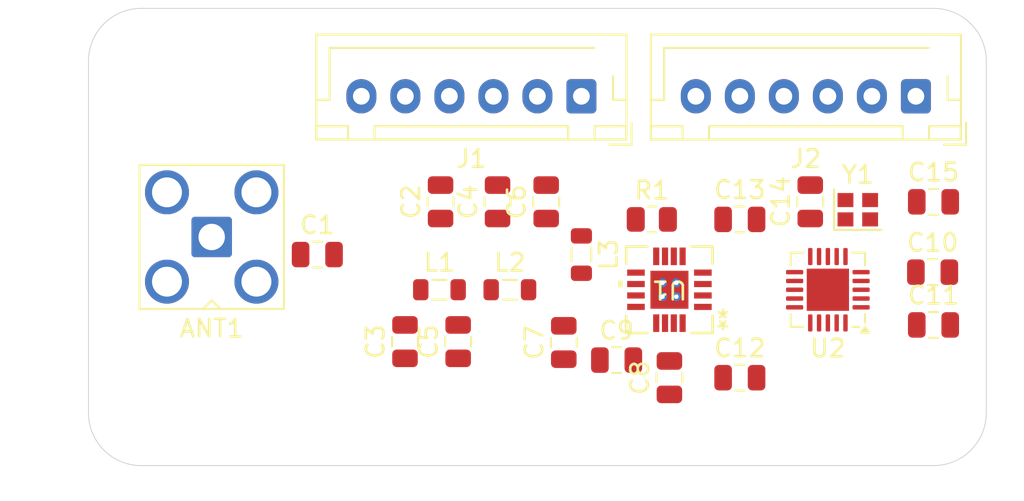
<source format=kicad_pcb>
(kicad_pcb (version 20240108) (generator "pcbnew") (generator_version "8.0")
  (layers (0 "F.Cu" signal) (31 "B.Cu" signal) (34 "B.Paste" user) (35 "F.Paste" user) (36 "B.SilkS" user "B.Silkscreen") (37 "F.SilkS" user "F.Silkscreen") (38 "B.Mask" user) (39 "F.Mask" user) (44 "Edge.Cuts" user))
  (net 0 "")
  (net 1 "GND")
  (net 2 "Net-(ANT1-In)")
  (net 3 "Net-(C1-Pad2)")
  (net 4 "+3v3")
  (net 5 "Net-(C5-Pad2)")
  (net 6 "Net-(U1-ANT)")
  (net 7 "Net-(U2-DCOUPL)")
  (net 8 "Net-(U2-XOSC_Q1)")
  (net 9 "Net-(U2-XOSC_Q2)")
  (net 10 "Net-(J1-Pin_1)")
  (net 12 "Net-(J1-Pin_2)")
  (net 13 "Net-(J1-Pin_6)")
  (net 14 "Net-(J1-Pin_5)")
  (net 15 "Net-(J1-Pin_4)")
  (net 16 "Net-(J2-Pin_3)")
  (net 17 "Net-(J2-Pin_4)")
  (net 18 "Net-(J2-Pin_2)")
  (net 19 "Net-(J2-Pin_1)")
  (net 20 "Net-(U1-BIAS)")
  (net 21 "Net-(U1-RF_N)")
  (net 22 "Net-(U1-RF_P)")
  (footprint "MountingHole:MountingHole_3.2mm_M3" (layer "F.Cu") (at 148 77)
    (property "Reference" "H1" (hide yes))
    (property "Value" "MountingHole")
    (pad "" np_thru_hole circle (at 0 0) (size 3.2 3.2) (drill 3.2) (layers "*.Cu" "*.Mask"))
  )
  (footprint "Inductor_SMD:L_0805_2012Metric" (layer "F.Cu") (at 128 68 -90)
    (property "Reference" "L3" (at 0 -1.550001 90) (layer "F.SilkS"))
    (property "Value" "L")
    (fp_line (start -0.399622 0.56) (end 0.399622 0.56) (stroke (width 0.12)) (layer "F.SilkS"))
    (fp_line (start -0.399622 -0.56) (end 0.399622 -0.56) (stroke (width 0.12)) (layer "F.SilkS"))
    (pad "1" smd roundrect (at -1.0625 0 270) (size 0.875 1.2) (layers "F.Cu" "F.Paste" "F.Mask") (net 4 "+3v3"))
    (pad "2" smd roundrect (at 1.0625 0 270) (size 0.875 1.2) (layers "F.Cu" "F.Paste" "F.Mask") (net 6 "Net-(U1-ANT)"))
  )
  (footprint "Capacitor_SMD:C_0805_2012Metric" (layer "F.Cu") (at 130 74)
    (property "Reference" "C9" (at 0 -1.68 0) (layer "F.SilkS"))
    (property "Value" "C")
    (fp_line (start -0.261252 -0.735) (end 0.261252 -0.735) (stroke (width 0.12)) (layer "F.SilkS"))
    (fp_line (start -0.261252 0.735) (end 0.261252 0.735) (stroke (width 0.12)) (layer "F.SilkS"))
    (pad "1" smd roundrect (at -0.95 0) (size 1 1.45) (layers "F.Cu" "F.Paste" "F.Mask") (net 4 "+3v3"))
    (pad "2" smd roundrect (at 0.95 0) (size 1 1.45) (layers "F.Cu" "F.Paste" "F.Mask") (net 1 "GND"))
  )
  (footprint "Capacitor_SMD:C_0805_2012Metric" (layer "F.Cu") (at 133 75 90)
    (property "Reference" "C8" (at 0 -1.679999 90) (layer "F.SilkS"))
    (property "Value" "C")
    (fp_line (start -0.261253 -0.735) (end 0.261253 -0.735) (stroke (width 0.12)) (layer "F.SilkS"))
    (fp_line (start -0.261253 0.735) (end 0.261253 0.735) (stroke (width 0.12)) (layer "F.SilkS"))
    (pad "1" smd roundrect (at -0.949999 0 90) (size 1 1.45) (layers "F.Cu" "F.Paste" "F.Mask") (net 1 "GND"))
    (pad "2" smd roundrect (at 0.949999 0 90) (size 1 1.45) (layers "F.Cu" "F.Paste" "F.Mask") (net 4 "+3v3"))
  )
  (footprint "Package_DFN_QFN:Texas_RGP0020H_VQFN-20-1EP_4x4mm_P0.5mm_EP2.4x2.4mm" (layer "F.Cu") (at 142 70 180)
    (property "Reference" "U2" (at 0 -3.330001 360) (layer "F.SilkS"))
    (property "Value" "CC2500")
    (fp_line (start 2.11 2.11) (end 2.11 1.385) (stroke (width 0.12)) (layer "F.SilkS"))
    (fp_line (start 2.11 -2.11) (end 2.11 -1.385) (stroke (width 0.12)) (layer "F.SilkS"))
    (fp_line (start 1.385 2.11) (end 2.11 2.11) (stroke (width 0.12)) (layer "F.SilkS"))
    (fp_line (start 1.385 -2.11) (end 2.11 -2.11) (stroke (width 0.12)) (layer "F.SilkS"))
    (fp_line (start -1.385 2.11) (end -2.11 2.11) (stroke (width 0.12)) (layer "F.SilkS"))
    (fp_line (start -1.385 -2.11) (end -1.81 -2.11) (stroke (width 0.12)) (layer "F.SilkS"))
    (fp_line (start -2.11 2.11) (end -2.11 1.385) (stroke (width 0.12)) (layer "F.SilkS"))
    (fp_line (start -2.11 -1.385) (end -2.11 -1.87) (stroke (width 0.12)) (layer "F.SilkS"))
    (fp_poly (pts (xy -2.11 -2.11) (xy -2.349999 -2.44) (xy -1.87 -2.44) (xy -2.11 -2.11)) (stroke (width 0.12)) (fill solid) (layer "F.SilkS"))
    (pad "1" smd roundrect (at -1.8875 -1 180) (size 0.975 0.25) (layers "F.Cu" "F.Paste" "F.Mask") (net 17 "Net-(J2-Pin_4)"))
    (pad "2" smd roundrect (at -1.8875 -0.499999 180) (size 0.975 0.25) (layers "F.Cu" "F.Paste" "F.Mask") (net 16 "Net-(J2-Pin_3)"))
    (pad "3" smd roundrect (at -1.8875 0 180) (size 0.975 0.25) (layers "F.Cu" "F.Paste" "F.Mask") (net 10 "Net-(J1-Pin_1)"))
    (pad "4" smd roundrect (at -1.8875 0.499999 180) (size 0.975 0.25) (layers "F.Cu" "F.Paste" "F.Mask") (net 4 "+3v3"))
    (pad "5" smd roundrect (at -1.8875 1 180) (size 0.975 0.25) (layers "F.Cu" "F.Paste" "F.Mask") (net 7 "Net-(U2-DCOUPL)"))
    (pad "6" smd roundrect (at -1 1.8875 180) (size 0.25 0.975) (layers "F.Cu" "F.Paste" "F.Mask") (net 12 "Net-(J1-Pin_2)"))
    (pad "7" smd roundrect (at -0.499999 1.8875 180) (size 0.25 0.975) (layers "F.Cu" "F.Paste" "F.Mask") (net 19 "Net-(J2-Pin_1)"))
    (pad "8" smd roundrect (at 0 1.8875 180) (size 0.25 0.975) (layers "F.Cu" "F.Paste" "F.Mask") (net 8 "Net-(U2-XOSC_Q1)"))
    (pad "9" smd roundrect (at 0.499999 1.8875 180) (size 0.25 0.975) (layers "F.Cu" "F.Paste" "F.Mask") (net 4 "+3v3"))
    (pad "10" smd roundrect (at 1 1.8875 180) (size 0.25 0.975) (layers "F.Cu" "F.Paste" "F.Mask") (net 9 "Net-(U2-XOSC_Q2)"))
    (pad "11" smd roundrect (at 1.8875 1 180) (size 0.975 0.25) (layers "F.Cu" "F.Paste" "F.Mask") (net 4 "+3v3"))
    (pad "12" smd roundrect (at 1.8875 0.499999 180) (size 0.975 0.25) (layers "F.Cu" "F.Paste" "F.Mask") (net 22 "Net-(U1-RF_P)"))
    (pad "13" smd roundrect (at 1.8875 0 180) (size 0.975 0.25) (layers "F.Cu" "F.Paste" "F.Mask") (net 21 "Net-(U1-RF_N)"))
    (pad "14" smd roundrect (at 1.8875 -0.499999 180) (size 0.975 0.25) (layers "F.Cu" "F.Paste" "F.Mask") (net 4 "+3v3"))
    (pad "15" smd roundrect (at 1.8875 -1 180) (size 0.975 0.25) (layers "F.Cu" "F.Paste" "F.Mask") (net 4 "+3v3"))
    (pad "16" smd roundrect (at 1 -1.8875 180) (size 0.25 0.975) (layers "F.Cu" "F.Paste" "F.Mask") (net 1 "GND"))
    (pad "17" smd roundrect (at 0.499999 -1.8875 180) (size 0.25 0.975) (layers "F.Cu" "F.Paste" "F.Mask"))
    (pad "18" smd roundrect (at 0 -1.8875 180) (size 0.25 0.975) (layers "F.Cu" "F.Paste" "F.Mask") (net 4 "+3v3"))
    (pad "19" smd roundrect (at -0.499999 -1.8875 180) (size 0.25 0.975) (layers "F.Cu" "F.Paste" "F.Mask") (net 1 "GND"))
    (pad "20" smd roundrect (at -1 -1.8875 180) (size 0.25 0.975) (layers "F.Cu" "F.Paste" "F.Mask") (net 18 "Net-(J2-Pin_2)"))
    (pad "21" smd rect (at 0 0 180) (size 2.4 2.4) (property pad_prop_heatsink) (layers "F.Cu" "F.Mask") (net 1 "GND"))
  )
  (footprint "Capacitor_SMD:C_0805_2012Metric" (layer "F.Cu") (at 137 75)
    (property "Reference" "C12" (at 0 -1.68 0) (layer "F.SilkS"))
    (property "Value" "C")
    (fp_line (start -0.261252 -0.735) (end 0.261252 -0.735) (stroke (width 0.12)) (layer "F.SilkS"))
    (fp_line (start -0.261252 0.735) (end 0.261252 0.735) (stroke (width 0.12)) (layer "F.SilkS"))
    (pad "1" smd roundrect (at -0.95 0) (size 1 1.45) (layers "F.Cu" "F.Paste" "F.Mask") (net 1 "GND"))
    (pad "2" smd roundrect (at 0.95 0) (size 1 1.45) (layers "F.Cu" "F.Paste" "F.Mask") (net 4 "+3v3"))
  )
  (footprint "Capacitor_SMD:C_0805_2012Metric" (layer "F.Cu") (at 127 73 90)
    (property "Reference" "C7" (at 0 -1.679999 90) (layer "F.SilkS"))
    (property "Value" "C")
    (fp_line (start -0.261253 -0.735) (end 0.261253 -0.735) (stroke (width 0.12)) (layer "F.SilkS"))
    (fp_line (start -0.261253 0.735) (end 0.261253 0.735) (stroke (width 0.12)) (layer "F.SilkS"))
    (pad "1" smd roundrect (at -0.949999 0 90) (size 1 1.45) (layers "F.Cu" "F.Paste" "F.Mask") (net 1 "GND"))
    (pad "2" smd roundrect (at 0.949999 0 90) (size 1 1.45) (layers "F.Cu" "F.Paste" "F.Mask") (net 6 "Net-(U1-ANT)"))
  )
  (footprint "Inductor_SMD:L_0805_2012Metric" (layer "F.Cu") (at 119.9375 70)
    (property "Reference" "L1" (at 0 -1.55 0) (layer "F.SilkS"))
    (property "Value" "L")
    (fp_line (start -0.399622 -0.56) (end 0.399622 -0.56) (stroke (width 0.12)) (layer "F.SilkS"))
    (fp_line (start -0.399622 0.56) (end 0.399622 0.56) (stroke (width 0.12)) (layer "F.SilkS"))
    (pad "1" smd roundrect (at -1.0625 0) (size 0.875 1.2) (layers "F.Cu" "F.Paste" "F.Mask") (net 3 "Net-(C1-Pad2)"))
    (pad "2" smd roundrect (at 1.0625 0) (size 0.875 1.2) (layers "F.Cu" "F.Paste" "F.Mask") (net 5 "Net-(C5-Pad2)"))
  )
  (footprint "Capacitor_SMD:C_0805_2012Metric" (layer "F.Cu") (at 147.95 69)
    (property "Reference" "C10" (at 0 -1.68 0) (layer "F.SilkS"))
    (property "Value" "C")
    (fp_line (start -0.261252 -0.735) (end 0.261252 -0.735) (stroke (width 0.12)) (layer "F.SilkS"))
    (fp_line (start -0.261252 0.735) (end 0.261252 0.735) (stroke (width 0.12)) (layer "F.SilkS"))
    (pad "1" smd roundrect (at -0.95 0) (size 1 1.45) (layers "F.Cu" "F.Paste" "F.Mask") (net 1 "GND"))
    (pad "2" smd roundrect (at 0.95 0) (size 1 1.45) (layers "F.Cu" "F.Paste" "F.Mask") (net 7 "Net-(U2-DCOUPL)"))
  )
  (footprint "Capacitor_SMD:C_0805_2012Metric" (layer "F.Cu") (at 123.236489 65.000001 90)
    (property "Reference" "C4" (at 0 -1.679999 90) (layer "F.SilkS"))
    (property "Value" "C")
    (fp_line (start -0.261253 -0.735) (end 0.261253 -0.735) (stroke (width 0.12)) (layer "F.SilkS"))
    (fp_line (start -0.261253 0.735) (end 0.261253 0.735) (stroke (width 0.12)) (layer "F.SilkS"))
    (pad "1" smd roundrect (at -0.949999 0 90) (size 1 1.45) (layers "F.Cu" "F.Paste" "F.Mask") (net 1 "GND"))
    (pad "2" smd roundrect (at 0.949999 0 90) (size 1 1.45) (layers "F.Cu" "F.Paste" "F.Mask") (net 4 "+3v3"))
  )
  (footprint "Capacitor_SMD:C_0805_2012Metric" (layer "F.Cu") (at 117.98 72.949999 90)
    (property "Reference" "C3" (at 0 -1.679999 90) (layer "F.SilkS"))
    (property "Value" "C")
    (fp_line (start -0.261253 -0.735) (end 0.261253 -0.735) (stroke (width 0.12)) (layer "F.SilkS"))
    (fp_line (start -0.261253 0.735) (end 0.261253 0.735) (stroke (width 0.12)) (layer "F.SilkS"))
    (pad "1" smd roundrect (at -0.949999 0 90) (size 1 1.45) (layers "F.Cu" "F.Paste" "F.Mask") (net 1 "GND"))
    (pad "2" smd roundrect (at 0.949999 0 90) (size 1 1.45) (layers "F.Cu" "F.Paste" "F.Mask") (net 3 "Net-(C1-Pad2)"))
  )
  (footprint "Inductor_SMD:L_0805_2012Metric" (layer "F.Cu") (at 123.9375 70)
    (property "Reference" "L2" (at 0 -1.55 0) (layer "F.SilkS"))
    (property "Value" "L")
    (fp_line (start -0.399622 -0.56) (end 0.399622 -0.56) (stroke (width 0.12)) (layer "F.SilkS"))
    (fp_line (start -0.399622 0.56) (end 0.399622 0.56) (stroke (width 0.12)) (layer "F.SilkS"))
    (pad "1" smd roundrect (at -1.0625 0) (size 0.875 1.2) (layers "F.Cu" "F.Paste" "F.Mask") (net 5 "Net-(C5-Pad2)"))
    (pad "2" smd roundrect (at 1.0625 0) (size 0.875 1.2) (layers "F.Cu" "F.Paste" "F.Mask") (net 6 "Net-(U1-ANT)"))
  )
  (footprint "Capacitor_SMD:C_0805_2012Metric" (layer "F.Cu") (at 148 65)
    (property "Reference" "C15" (at 0 -1.68 0) (layer "F.SilkS"))
    (property "Value" "C")
    (fp_line (start -0.261252 -0.735) (end 0.261252 -0.735) (stroke (width 0.12)) (layer "F.SilkS"))
    (fp_line (start -0.261252 0.735) (end 0.261252 0.735) (stroke (width 0.12)) (layer "F.SilkS"))
    (pad "1" smd roundrect (at -0.95 0) (size 1 1.45) (layers "F.Cu" "F.Paste" "F.Mask") (net 9 "Net-(U2-XOSC_Q2)"))
    (pad "2" smd roundrect (at 0.95 0) (size 1 1.45) (layers "F.Cu" "F.Paste" "F.Mask") (net 1 "GND"))
  )
  (footprint "Capacitor_SMD:C_0805_2012Metric" (layer "F.Cu") (at 148 72)
    (property "Reference" "C11" (at 0 -1.68 0) (layer "F.SilkS"))
    (property "Value" "C")
    (fp_line (start -0.261252 -0.735) (end 0.261252 -0.735) (stroke (width 0.12)) (layer "F.SilkS"))
    (fp_line (start -0.261252 0.735) (end 0.261252 0.735) (stroke (width 0.12)) (layer "F.SilkS"))
    (pad "1" smd roundrect (at -0.95 0) (size 1 1.45) (layers "F.Cu" "F.Paste" "F.Mask") (net 1 "GND"))
    (pad "2" smd roundrect (at 0.95 0) (size 1 1.45) (layers "F.Cu" "F.Paste" "F.Mask") (net 4 "+3v3"))
  )
  (footprint "MountingHole:MountingHole_3.2mm_M3" (layer "F.Cu") (at 103 77)
    (property "Reference" "H2" (hide yes))
    (property "Value" "MountingHole")
    (pad "" np_thru_hole circle (at 0 0) (size 3.2 3.2) (drill 3.2) (layers "*.Cu" "*.Mask"))
  )
  (footprint "Capacitor_SMD:C_0805_2012Metric" (layer "F.Cu") (at 126 65 90)
    (property "Reference" "C6" (at 0 -1.679999 90) (layer "F.SilkS"))
    (property "Value" "C")
    (fp_line (start -0.261253 -0.735) (end 0.261253 -0.735) (stroke (width 0.12)) (layer "F.SilkS"))
    (fp_line (start -0.261253 0.735) (end 0.261253 0.735) (stroke (width 0.12)) (layer "F.SilkS"))
    (pad "1" smd roundrect (at -0.949999 0 90) (size 1 1.45) (layers "F.Cu" "F.Paste" "F.Mask") (net 1 "GND"))
    (pad "2" smd roundrect (at 0.949999 0 90) (size 1 1.45) (layers "F.Cu" "F.Paste" "F.Mask") (net 4 "+3v3"))
  )
  (footprint "MountingHole:MountingHole_3.2mm_M3" (layer "F.Cu") (at 103 57)
    (property "Reference" "H3" (hide yes))
    (property "Value" "MountingHole")
    (pad "" np_thru_hole circle (at 0 0) (size 3.2 3.2) (drill 3.2) (layers "*.Cu" "*.Mask"))
  )
  (footprint "Connector_Coaxial:SMA_Amphenol_901-143_Horizontal" (layer "F.Cu") (at 107 67 90)
    (property "Reference" "ANT1" (at -5.2 0 0) (layer "F.SilkS"))
    (property "Value" "50R")
    (fp_line (start 4.1 -4.1) (end 4.1 4.1) (stroke (width 0.12)) (layer "F.SilkS"))
    (fp_line (start -4.1 -4.1) (end 4.1 -4.1) (stroke (width 0.12)) (layer "F.SilkS"))
    (fp_line (start -4.1 -4.1) (end -4.1 4.1) (stroke (width 0.12)) (layer "F.SilkS"))
    (fp_line (start -3.599999 0) (end -4.1 -0.5) (stroke (width 0.12)) (layer "F.SilkS"))
    (fp_line (start -4.1 0.5) (end -3.599999 0) (stroke (width 0.12)) (layer "F.SilkS"))
    (fp_line (start -4.1 4.1) (end 4.1 4.1) (stroke (width 0.12)) (layer "F.SilkS"))
    (pad "1" thru_hole roundrect (at 0 0 90) (size 2.3 2.3) (drill 1.5) (layers "*.Cu" "*.Mask") (roundrect_rratio 0.087) (net 2 "Net-(ANT1-In)"))
    (pad "2" thru_hole circle (at -2.54 -2.54 90) (size 2.5 2.5) (drill 1.7) (layers "*.Cu" "*.Mask") (net 1 "GND"))
    (pad "2" thru_hole circle (at -2.54 2.54 90) (size 2.5 2.5) (drill 1.7) (layers "*.Cu" "*.Mask") (net 1 "GND"))
    (pad "2" thru_hole circle (at 2.54 -2.54 90) (size 2.5 2.5) (drill 1.7) (layers "*.Cu" "*.Mask") (net 1 "GND"))
    (pad "2" thru_hole circle (at 2.54 2.54 90) (size 2.5 2.5) (drill 1.7) (layers "*.Cu" "*.Mask") (net 1 "GND"))
  )
  (footprint "Connector_JST:JST_XH_B6B-XH-AM_1x06_P2.50mm_Vertical" (layer "F.Cu") (at 128 59 180)
    (property "Reference" "J1" (at 6.249999 -3.55 360) (layer "F.SilkS"))
    (property "Value" "Control/GPIO")
    (fp_line (start 15.06 3.51) (end 15.06 -2.46) (stroke (width 0.12)) (layer "F.SilkS"))
    (fp_line (start 15.06 -2.46) (end -2.56 -2.46) (stroke (width 0.12)) (layer "F.SilkS"))
    (fp_line (start 15.050001 -1.7) (end 15.05 -2.450001) (stroke (width 0.12)) (layer "F.SilkS"))
    (fp_line (start 15.05 -0.199999) (end 14.3 -0.199999) (stroke (width 0.12)) (layer "F.SilkS"))
    (fp_line (start 15.05 -2.450001) (end 13.25 -2.45) (stroke (width 0.12)) (layer "F.SilkS"))
    (fp_line (start 14.3 2.75) (end 6.25 2.75) (stroke (width 0.12)) (layer "F.SilkS"))
    (fp_line (start 14.3 -0.199999) (end 14.3 2.75) (stroke (width 0.12)) (layer "F.SilkS"))
    (fp_line (start 13.25 -1.7) (end 15.050001 -1.7) (stroke (width 0.12)) (layer "F.SilkS"))
    (fp_line (start 13.25 -2.45) (end 13.25 -1.7) (stroke (width 0.12)) (layer "F.SilkS"))
    (fp_line (start 11.75 -1.7) (end 11.75 -2.45) (stroke (width 0.12)) (layer "F.SilkS"))
    (fp_line (start 11.75 -2.45) (end 0.75 -2.450001) (stroke (width 0.12)) (layer "F.SilkS"))
    (fp_line (start 6.25 2.75) (end -0.74 2.75) (stroke (width 0.12)) (layer "F.SilkS"))
    (fp_line (start 0.750001 -1.7) (end 11.75 -1.7) (stroke (width 0.12)) (layer "F.SilkS"))
    (fp_line (start 0.75 -2.450001) (end 0.750001 -1.7) (stroke (width 0.12)) (layer "F.SilkS"))
    (fp_line (start -0.75 -2.450001) (end -2.55 -2.45) (stroke (width 0.12)) (layer "F.SilkS"))
    (fp_line (start -0.750001 -1.7) (end -0.75 -2.450001) (stroke (width 0.12)) (layer "F.SilkS"))
    (fp_line (start -1.6 -2.75) (end -2.85 -2.75) (stroke (width 0.12)) (layer "F.SilkS"))
    (fp_line (start -1.8 -0.2) (end -1.8 1.14) (stroke (width 0.12)) (layer "F.SilkS"))
    (fp_line (start -2.55 -0.2) (end -1.8 -0.2) (stroke (width 0.12)) (layer "F.SilkS"))
    (fp_line (start -2.55 -1.7) (end -0.750001 -1.7) (stroke (width 0.12)) (layer "F.SilkS"))
    (fp_line (start -2.55 -2.45) (end -2.55 -1.7) (stroke (width 0.12)) (layer "F.SilkS"))
    (fp_line (start -2.56 3.51) (end 15.06 3.51) (stroke (width 0.12)) (layer "F.SilkS"))
    (fp_line (start -2.56 -2.46) (end -2.56 3.51) (stroke (width 0.12)) (layer "F.SilkS"))
    (fp_line (start -2.85 -2.75) (end -2.85 -1.5) (stroke (width 0.12)) (layer "F.SilkS"))
    (pad "" np_thru_hole circle (at -1.6 2 180) (size 1.2 1.2) (drill 1.2) (layers "*.Cu" "*.Mask"))
    (pad "1" thru_hole roundrect (at 0 0 180) (size 1.7 1.95) (drill 0.95) (layers "*.Cu" "*.Mask") (roundrect_rratio 0.147059) (net 10 "Net-(J1-Pin_1)"))
    (pad "2" thru_hole oval (at 2.5 0 180) (size 1.7 1.95) (drill 0.95) (layers "*.Cu" "*.Mask") (net 12 "Net-(J1-Pin_2)"))
    (pad "3" thru_hole oval (at 5 0 180) (size 1.7 1.95) (drill 0.95) (layers "*.Cu" "*.Mask"))
    (pad "4" thru_hole oval (at 7.5 0 180) (size 1.7 1.95) (drill 0.95) (layers "*.Cu" "*.Mask") (net 15 "Net-(J1-Pin_4)"))
    (pad "5" thru_hole oval (at 10 0 180) (size 1.7 1.95) (drill 0.95) (layers "*.Cu" "*.Mask") (net 14 "Net-(J1-Pin_5)"))
    (pad "6" thru_hole oval (at 12.5 0 180) (size 1.7 1.95) (drill 0.95) (layers "*.Cu" "*.Mask") (net 13 "Net-(J1-Pin_6)"))
  )
  (footprint "Capacitor_SMD:C_0805_2012Metric" (layer "F.Cu") (at 121 72.949999 90)
    (property "Reference" "C5" (at 0 -1.679999 90) (layer "F.SilkS"))
    (property "Value" "C")
    (fp_line (start -0.261253 -0.735) (end 0.261253 -0.735) (stroke (width 0.12)) (layer "F.SilkS"))
    (fp_line (start -0.261253 0.735) (end 0.261253 0.735) (stroke (width 0.12)) (layer "F.SilkS"))
    (pad "1" smd roundrect (at -0.949999 0 90) (size 1 1.45) (layers "F.Cu" "F.Paste" "F.Mask") (net 1 "GND"))
    (pad "2" smd roundrect (at 0.949999 0 90) (size 1 1.45) (layers "F.Cu" "F.Paste" "F.Mask") (net 5 "Net-(C5-Pad2)"))
  )
  (footprint "Resistor_SMD:R_0805_2012Metric" (layer "F.Cu") (at 132 66)
    (property "Reference" "R1" (at 0 -1.65 0) (layer "F.SilkS"))
    (property "Value" "R")
    (fp_line (start -0.227064 -0.735) (end 0.227064 -0.735) (stroke (width 0.12)) (layer "F.SilkS"))
    (fp_line (start -0.227064 0.735) (end 0.227064 0.735) (stroke (width 0.12)) (layer "F.SilkS"))
    (pad "1" smd roundrect (at -0.9125 0) (size 1.025 1.4) (layers "F.Cu" "F.Paste" "F.Mask") (roundrect_rratio 0.243902) (net 20 "Net-(U1-BIAS)"))
    (pad "2" smd roundrect (at 0.9125 0) (size 1.025 1.4) (layers "F.Cu" "F.Paste" "F.Mask") (roundrect_rratio 0.243902) (net 1 "GND"))
  )
  (footprint "footprints:RGV16_2P16X2P16_TEX" (layer "F.Cu") (at 133 70 180)
    (property "Reference" "U1" (at 0 0 180) (layer "F.SilkS"))
    (property "Value" "CC2592RGVR")
    (fp_line (start 2.456 2.456) (end 2.456 1.477999) (stroke (width 0.1524)) (layer "F.SilkS"))
    (fp_line (start 2.456 -1.477999) (end 2.456 -2.456) (stroke (width 0.1524)) (layer "F.SilkS"))
    (fp_line (start 2.456 -2.456) (end 1.253188 -2.456) (stroke (width 0.1524)) (layer "F.SilkS"))
    (fp_line (start 1.253188 2.456) (end 2.456 2.456) (stroke (width 0.1524)) (layer "F.SilkS"))
    (fp_line (start -1.253188 -2.456) (end -2.456 -2.456) (stroke (width 0.1524)) (layer "F.SilkS"))
    (fp_line (start -2.456 2.456) (end -1.253188 2.456) (stroke (width 0.1524)) (layer "F.SilkS"))
    (fp_line (start -2.456 1.477999) (end -2.456 2.456) (stroke (width 0.1524)) (layer "F.SilkS"))
    (fp_line (start -2.456 -2.456) (end -2.456 -1.477999) (stroke (width 0.1524)) (layer "F.SilkS"))
    (fp_poly (pts (xy 2.907999 0.134501) (xy 2.907998 0.515501) (xy 2.653998 0.515501) (xy 2.653998 0.134502)) (fill solid) (layer "F.SilkS"))
    (fp_text user "*" (at -3.034999 -1.681 180) (layer "F.SilkS"))
    (fp_text user "*" (at -3.034999 -1.681 360) (layer "F.SilkS"))
    (pad "1" smd rect (at -1.899999 -0.974999 270) (size 0.350012 0.999998) (layers "F.Cu" "F.Paste" "F.Mask") (net 1 "GND"))
    (pad "2" smd rect (at -1.899999 -0.325001 270) (size 0.350012 0.999998) (layers "F.Cu" "F.Paste" "F.Mask") (net 21 "Net-(U1-RF_N)"))
    (pad "3" smd rect (at -1.899999 0.325001 270) (size 0.350012 0.999998) (layers "F.Cu" "F.Paste" "F.Mask") (net 22 "Net-(U1-RF_P)"))
    (pad "4" smd rect (at -1.899999 0.974999 270) (size 0.350012 0.999998) (layers "F.Cu" "F.Paste" "F.Mask") (net 1 "GND"))
    (pad "5" smd rect (at -0.750189 1.899999 180) (size 0.350012 0.999998) (layers "F.Cu" "F.Paste" "F.Mask") (net 15 "Net-(J1-Pin_4)"))
    (pad "6" smd rect (at -0.250063 1.899999 180) (size 0.350012 0.999998) (layers "F.Cu" "F.Paste" "F.Mask") (net 14 "Net-(J1-Pin_5)"))
    (pad "7" smd rect (at 0.250063 1.899999 180) (size 0.350012 0.999998) (layers "F.Cu" "F.Paste" "F.Mask") (net 13 "Net-(J1-Pin_6)"))
    (pad "8" smd rect (at 0.750189 1.899999 180) (size 0.350012 0.999998) (layers "F.Cu" "F.Paste" "F.Mask") (net 20 "Net-(U1-BIAS)"))
    (pad "9" smd rect (at 1.899999 0.974999 270) (size 0.350012 0.999998) (layers "F.Cu" "F.Paste" "F.Mask") (net 1 "GND"))
    (pad "10" smd rect (at 1.899999 0.325001 270) (size 0.350012 0.999998) (layers "F.Cu" "F.Paste" "F.Mask") (net 6 "Net-(U1-ANT)"))
    (pad "11" smd rect (at 1.899999 -0.325001 270) (size 0.350012 0.999998) (layers "F.Cu" "F.Paste" "F.Mask") (net 1 "GND"))
    (pad "12" smd rect (at 1.899999 -0.974999 270) (size 0.350012 0.999998) (layers "F.Cu" "F.Paste" "F.Mask") (net 1 "GND"))
    (pad "13" smd rect (at 0.750189 -1.899999 180) (size 0.350012 0.999998) (layers "F.Cu" "F.Paste" "F.Mask") (net 4 "+3v3"))
    (pad "14" smd rect (at 0.250063 -1.899999 180) (size 0.350012 0.999998) (layers "F.Cu" "F.Paste" "F.Mask") (net 4 "+3v3"))
    (pad "15" smd rect (at -0.250063 -1.899999 180) (size 0.350012 0.999998) (layers "F.Cu" "F.Paste" "F.Mask") (net 4 "+3v3"))
    (pad "16" smd rect (at -0.750189 -1.899999 180) (size 0.350012 0.999998) (layers "F.Cu" "F.Paste" "F.Mask") (net 1 "GND"))
    (pad "17" smd rect (at 0 0 180) (size 2.16 2.16) (layers "F.Cu") (net 1 "GND"))
    (pad "V" thru_hole circle (at -0.3937 -0.3937 180) (size 0.508 0.508) (drill 0.254) (layers "*.Cu" "*.Mask"))
    (pad "V" thru_hole circle (at -0.3937 0.3937 180) (size 0.508 0.508) (drill 0.254) (layers "*.Cu" "*.Mask"))
    (pad "V" thru_hole circle (at 0.3937 -0.3937 180) (size 0.508 0.508) (drill 0.254) (layers "*.Cu" "*.Mask"))
    (pad "V" thru_hole circle (at 0.3937 0.3937 180) (size 0.508 0.508) (drill 0.254) (layers "*.Cu" "*.Mask"))
  )
  (footprint "Connector_JST:JST_XH_B6B-XH-AM_1x06_P2.50mm_Vertical" (layer "F.Cu") (at 147 59 180)
    (property "Reference" "J2" (at 6.249999 -3.55 360) (layer "F.SilkS"))
    (property "Value" "SPI/PWR")
    (fp_line (start 15.06 3.51) (end 15.06 -2.46) (stroke (width 0.12)) (layer "F.SilkS"))
    (fp_line (start 15.06 -2.46) (end -2.56 -2.46) (stroke (width 0.12)) (layer "F.SilkS"))
    (fp_line (start 15.050001 -1.7) (end 15.05 -2.450001) (stroke (width 0.12)) (layer "F.SilkS"))
    (fp_line (start 15.05 -0.199999) (end 14.3 -0.199999) (stroke (width 0.12)) (layer "F.SilkS"))
    (fp_line (start 15.05 -2.450001) (end 13.25 -2.45) (stroke (width 0.12)) (layer "F.SilkS"))
    (fp_line (start 14.3 2.75) (end 6.25 2.75) (stroke (width 0.12)) (layer "F.SilkS"))
    (fp_line (start 14.3 -0.199999) (end 14.3 2.75) (stroke (width 0.12)) (layer "F.SilkS"))
    (fp_line (start 13.25 -1.7) (end 15.050001 -1.7) (stroke (width 0.12)) (layer "F.SilkS"))
    (fp_line (start 13.25 -2.45) (end 13.25 -1.7) (stroke (width 0.12)) (layer "F.SilkS"))
    (fp_line (start 11.75 -1.7) (end 11.75 -2.45) (stroke (width 0.12)) (layer "F.SilkS"))
    (fp_line (start 11.75 -2.45) (end 0.75 -2.450001) (stroke (width 0.12)) (layer "F.SilkS"))
    (fp_line (start 6.25 2.75) (end -0.74 2.75) (stroke (width 0.12)) (layer "F.SilkS"))
    (fp_line (start 0.750001 -1.7) (end 11.75 -1.7) (stroke (width 0.12)) (layer "F.SilkS"))
    (fp_line (start 0.75 -2.450001) (end 0.750001 -1.7) (stroke (width 0.12)) (layer "F.SilkS"))
    (fp_line (start -0.75 -2.450001) (end -2.55 -2.45) (stroke (width 0.12)) (layer "F.SilkS"))
    (fp_line (start -0.750001 -1.7) (end -0.75 -2.450001) (stroke (width 0.12)) (layer "F.SilkS"))
    (fp_line (start -1.6 -2.75) (end -2.85 -2.75) (stroke (width 0.12)) (layer "F.SilkS"))
    (fp_line (start -1.8 -0.2) (end -1.8 1.14) (stroke (width 0.12)) (layer "F.SilkS"))
    (fp_line (start -2.55 -0.2) (end -1.8 -0.2) (stroke (width 0.12)) (layer "F.SilkS"))
    (fp_line (start -2.55 -1.7) (end -0.750001 -1.7) (stroke (width 0.12)) (layer "F.SilkS"))
    (fp_line (start -2.55 -2.45) (end -2.55 -1.7) (stroke (width 0.12)) (layer "F.SilkS"))
    (fp_line (start -2.56 3.51) (end 15.06 3.51) (stroke (width 0.12)) (layer "F.SilkS"))
    (fp_line (start -2.56 -2.46) (end -2.56 3.51) (stroke (width 0.12)) (layer "F.SilkS"))
    (fp_line (start -2.85 -2.75) (end -2.85 -1.5) (stroke (width 0.12)) (layer "F.SilkS"))
    (pad "" np_thru_hole circle (at -1.6 2 180) (size 1.2 1.2) (drill 1.2) (layers "*.Cu" "*.Mask"))
    (pad "1" thru_hole roundrect (at 0 0 180) (size 1.7 1.95) (drill 0.95) (layers "*.Cu" "*.Mask") (roundrect_rratio 0.147059) (net 19 "Net-(J2-Pin_1)"))
    (pad "2" thru_hole oval (at 2.5 0 180) (size 1.7 1.95) (drill 0.95) (layers "*.Cu" "*.Mask") (net 18 "Net-(J2-Pin_2)"))
    (pad "3" thru_hole oval (at 5 0 180) (size 1.7 1.95) (drill 0.95) (layers "*.Cu" "*.Mask") (net 16 "Net-(J2-Pin_3)"))
    (pad "4" thru_hole oval (at 7.5 0 180) (size 1.7 1.95) (drill 0.95) (layers "*.Cu" "*.Mask") (net 17 "Net-(J2-Pin_4)"))
    (pad "5" thru_hole oval (at 10 0 180) (size 1.7 1.95) (drill 0.95) (layers "*.Cu" "*.Mask") (net 1 "GND"))
    (pad "6" thru_hole oval (at 12.5 0 180) (size 1.7 1.95) (drill 0.95) (layers "*.Cu" "*.Mask") (net 4 "+3v3"))
  )
  (footprint "Capacitor_SMD:C_0805_2012Metric" (layer "F.Cu") (at 113 68)
    (property "Reference" "C1" (at 0 -1.68 0) (layer "F.SilkS"))
    (property "Value" "C")
    (fp_line (start -0.261252 -0.735) (end 0.261252 -0.735) (stroke (width 0.12)) (layer "F.SilkS"))
    (fp_line (start -0.261252 0.735) (end 0.261252 0.735) (stroke (width 0.12)) (layer "F.SilkS"))
    (pad "1" smd roundrect (at -0.95 0) (size 1 1.45) (layers "F.Cu" "F.Paste" "F.Mask") (net 2 "Net-(ANT1-In)"))
    (pad "2" smd roundrect (at 0.95 0) (size 1 1.45) (layers "F.Cu" "F.Paste" "F.Mask") (net 3 "Net-(C1-Pad2)"))
  )
  (footprint "Capacitor_SMD:C_0805_2012Metric" (layer "F.Cu") (at 137 66)
    (property "Reference" "C13" (at 0 -1.68 0) (layer "F.SilkS"))
    (property "Value" "C")
    (fp_line (start -0.261252 -0.735) (end 0.261252 -0.735) (stroke (width 0.12)) (layer "F.SilkS"))
    (fp_line (start -0.261252 0.735) (end 0.261252 0.735) (stroke (width 0.12)) (layer "F.SilkS"))
    (pad "1" smd roundrect (at -0.95 0) (size 1 1.45) (layers "F.Cu" "F.Paste" "F.Mask") (net 1 "GND"))
    (pad "2" smd roundrect (at 0.95 0) (size 1 1.45) (layers "F.Cu" "F.Paste" "F.Mask") (net 4 "+3v3"))
  )
  (footprint "Capacitor_SMD:C_0805_2012Metric" (layer "F.Cu") (at 141 65 90)
    (property "Reference" "C14" (at 0 -1.679999 90) (layer "F.SilkS"))
    (property "Value" "C")
    (fp_line (start -0.261253 -0.735) (end 0.261253 -0.735) (stroke (width 0.12)) (layer "F.SilkS"))
    (fp_line (start -0.261253 0.735) (end 0.261253 0.735) (stroke (width 0.12)) (layer "F.SilkS"))
    (pad "1" smd roundrect (at -0.949999 0 90) (size 1 1.45) (layers "F.Cu" "F.Paste" "F.Mask") (net 8 "Net-(U2-XOSC_Q1)"))
    (pad "2" smd roundrect (at 0.949999 0 90) (size 1 1.45) (layers "F.Cu" "F.Paste" "F.Mask") (net 1 "GND"))
  )
  (footprint "Crystal:Crystal_SMD_2016-4Pin_2.0x1.6mm" (layer "F.Cu") (at 143.7 65.45)
    (property "Reference" "Y1" (at 0 -2 0) (layer "F.SilkS"))
    (property "Value" "Crystal")
    (fp_line (start -1.35 -1.15) (end -1.35 1.15) (stroke (width 0.12)) (layer "F.SilkS"))
    (fp_line (start -1.35 1.15) (end 1.35 1.15) (stroke (width 0.12)) (layer "F.SilkS"))
    (pad "1" smd rect (at -0.7 0.55) (size 0.9 0.8) (layers "F.Cu" "F.Paste" "F.Mask") (net 9 "Net-(U2-XOSC_Q2)"))
    (pad "2" smd rect (at 0.7 0.55) (size 0.9 0.8) (layers "F.Cu" "F.Paste" "F.Mask") (net 8 "Net-(U2-XOSC_Q1)"))
    (pad "3" smd rect (at 0.7 -0.55) (size 0.9 0.8) (layers "F.Cu" "F.Paste" "F.Mask"))
    (pad "4" smd rect (at -0.7 -0.55) (size 0.9 0.8) (layers "F.Cu" "F.Paste" "F.Mask"))
  )
  (footprint "Capacitor_SMD:C_0805_2012Metric" (layer "F.Cu") (at 120 65.000001 90)
    (property "Reference" "C2" (at 0 -1.679999 90) (layer "F.SilkS"))
    (property "Value" "C")
    (fp_line (start -0.261253 -0.735) (end 0.261253 -0.735) (stroke (width 0.12)) (layer "F.SilkS"))
    (fp_line (start -0.261253 0.735) (end 0.261253 0.735) (stroke (width 0.12)) (layer "F.SilkS"))
    (pad "1" smd roundrect (at -0.949999 0 90) (size 1 1.45) (layers "F.Cu" "F.Paste" "F.Mask") (net 1 "GND"))
    (pad "2" smd roundrect (at 0.949999 0 90) (size 1 1.45) (layers "F.Cu" "F.Paste" "F.Mask") (net 4 "+3v3"))
  )
  (gr_arc (start 148 54) (mid 150.12132 54.87868) (end 151 57) (stroke (width 0.05)) (layer "Edge.Cuts"))
  (gr_line (start 151 77) (end 151 57) (stroke (width 0.05)) (layer "Edge.Cuts"))
  (gr_arc (start 151 77) (mid 150.12132 79.12132) (end 148 80) (stroke (width 0.05)) (layer "Edge.Cuts"))
  (gr_arc (start 100 57) (mid 100.87868 54.87868) (end 103 54) (stroke (width 0.05)) (layer "Edge.Cuts"))
  (gr_line (start 100 57) (end 100 77) (stroke (width 0.05)) (layer "Edge.Cuts"))
  (gr_line (start 103 80) (end 148 80) (stroke (width 0.05)) (layer "Edge.Cuts"))
  (gr_arc (start 103 80) (mid 100.87868 79.12132) (end 100 77) (stroke (width 0.05)) (layer "Edge.Cuts"))
  (gr_line (start 148 54) (end 103 54) (stroke (width 0.05)) (layer "Edge.Cuts"))
)
</source>
